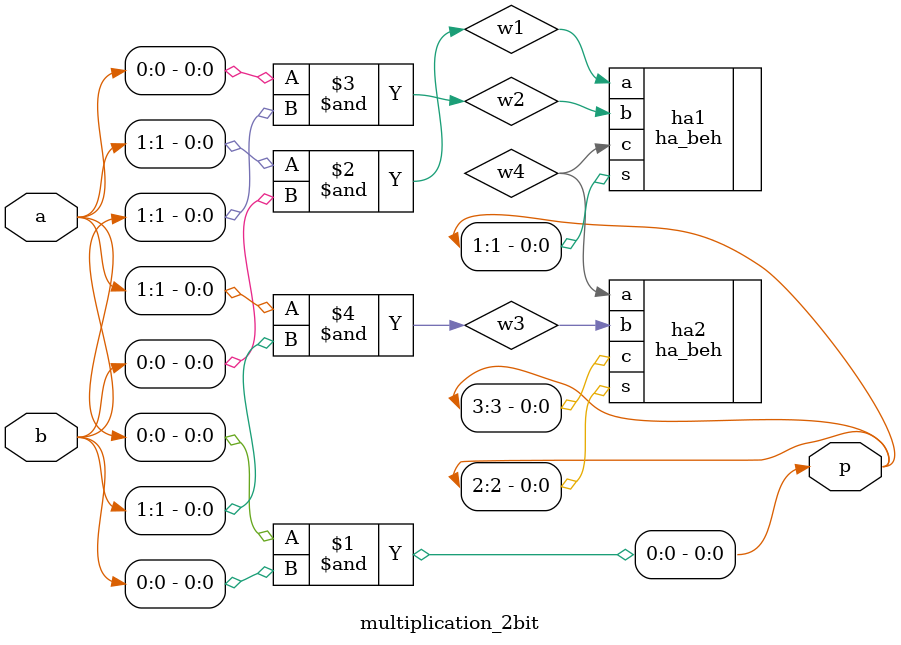
<source format=v>
`timescale 1ns / 1ps


module multiplication_2bit(
    input [1:0] a,b,
    output [3:0] p
    );
    wire w1,w2,w3,w4;
    and a1(p[0],a[0],b[0]);
    and a2(w1,a[1],b[0]);
    and a3(w2,a[0],b[1]);
    and a4(w3,a[1],b[1]);
    ha_beh ha1(.a(w1),.b(w2),.s(p[1]),.c(w4));
    ha_beh ha2(.a(w4),.b(w3),.s(p[2]),.c(p[3]));
endmodule

</source>
